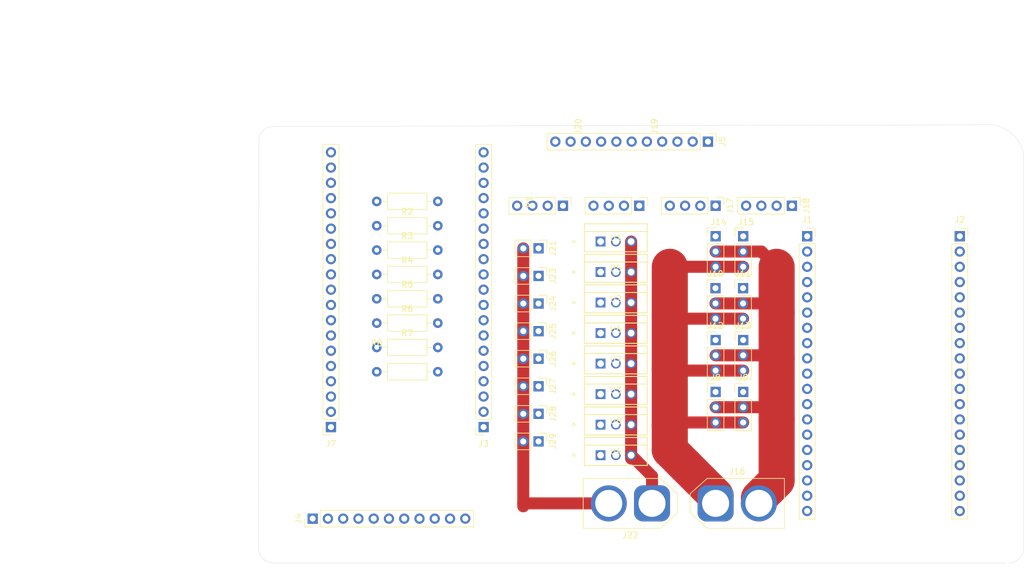
<source format=kicad_pcb>
(kicad_pcb (version 20241229) (generator "pcbnew") (generator_version "9.0")
  (layers (0 "F.Cu" signal) (2 "B.Cu" signal) (13 "F.Paste" user) (15 "B.Paste" user) (5 "F.SilkS" user "F.Silkscreen") (7 "B.SilkS" user "B.Silkscreen") (1 "F.Mask" user) (3 "B.Mask" user) (25 "Edge.Cuts" user))
  (net 0 "")
  (net 1 "0_GPIO25")
  (net 2 "0_GPIO13")
  (net 3 "0_GPIO12")
  (net 4 "0_GPIO26")
  (net 5 "0_GPIO35")
  (net 6 "0_GPIO33")
  (net 7 "0_EN")
  (net 8 "0_+3V3")
  (net 9 "0_GPIO39")
  (net 10 "0_GPIO32")
  (net 11 "GND")
  (net 12 "0_GPIO27")
  (net 13 "0_GPIO14")
  (net 14 "0_GPIO9")
  (net 15 "0_GPIO34")
  (net 16 "0_GPIO10")
  (net 17 "0_GPIO11")
  (net 18 "0_GPIO36")
  (net 19 "0_+5V")
  (net 20 "0_GPIO23")
  (net 21 "0_GPIO3")
  (net 22 "0_GPIO17")
  (net 23 "0_GPIO19")
  (net 24 "0_GPIO18")
  (net 25 "0_GPIO5")
  (net 26 "0_GPIO16")
  (net 27 "0_GPIO0")
  (net 28 "0_GPIO4")
  (net 29 "0_GPIO21")
  (net 30 "0_GPIO8")
  (net 31 "0_GPIO6")
  (net 32 "0_GPIO15")
  (net 33 "0_GPIO22")
  (net 34 "0_GPIO1")
  (net 35 "0_GPIO2")
  (net 36 "0_GPIO7")
  (net 37 "1_GPIO10")
  (net 38 "1_GPIO25")
  (net 39 "1_GPIO11")
  (net 40 "1_+5V")
  (net 41 "1_GPIO27")
  (net 42 "1_GPIO33")
  (net 43 "1_EN")
  (net 44 "1_GPIO36")
  (net 45 "1_GPIO13")
  (net 46 "1_GPIO35")
  (net 47 "1_GPIO32")
  (net 48 "1_GPIO39")
  (net 49 "1_GPIO34")
  (net 50 "1_GPIO26")
  (net 51 "1_GPIO12")
  (net 52 "1_GPIO9")
  (net 53 "1_+3V3")
  (net 54 "1_GPIO14")
  (net 65 "1_GPIO5")
  (net 66 "1_GPIO7")
  (net 67 "1_GPIO6")
  (net 68 "1_GPIO4")
  (net 69 "1_GPIO18")
  (net 70 "1_GPIO22")
  (net 71 "1_GPIO16")
  (net 72 "1_GPIO2")
  (net 73 "1_GPIO19")
  (net 74 "1_GPIO8")
  (net 75 "1_GPIO21")
  (net 76 "1_GPIO17")
  (net 77 "1_GPIO0")
  (net 78 "1_GZPIO3")
  (net 79 "1_GPIO15")
  (net 80 "1_GPIO1")
  (net 81 "1_GPIO23")
  (net 82 "+_servo")
  (net 83 "Net-(J21-Pin_1)")
  (net 84 "+_SV")
  (net 85 "Net-(J23-Pin_1)")
  (net 86 "Net-(J24-Pin_1)")
  (net 87 "Net-(J25-Pin_1)")
  (net 88 "Net-(J26-Pin_1)")
  (net 89 "Net-(J27-Pin_1)")
  (net 90 "Net-(J28-Pin_1)")
  (net 91 "Net-(J29-Pin_1)")
  (net 92 "Net-(U1-G)")
  (net 93 "Net-(U2-G)")
  (net 94 "Net-(U3-G)")
  (net 95 "Net-(U4-G)")
  (net 96 "Net-(U5-G)")
  (net 97 "Net-(U6-G)")
  (net 98 "Net-(U7-G)")
  (net 99 "Net-(U8-G)")
  (footprint "Resistor_THT:R_Axial_DIN0207_L6.3mm_D2.5mm_P10.16mm_Horizontal" (layer "F.Cu") (at 129.032 94.7)
    (property "Reference" "R7" (at 5.08 -2.37 0) (layer "F.SilkS"))
    (property "Value" "R")
    (pad "1" thru_hole circle (at 0 0) (size 1.6 1.6) (drill 0.8) (layers "*.Cu" "*.Mask") (net 98 "Net-(U7-G)"))
    (pad "2" thru_hole circle (at 10.16 0) (size 1.6 1.6) (drill 0.8) (layers "*.Cu" "*.Mask") (net 71 "1_GPIO16"))
  )
  (footprint "Resistor_THT:R_Axial_DIN0207_L6.3mm_D2.5mm_P10.16mm_Horizontal" (layer "F.Cu") (at 129.032 90.65)
    (property "Reference" "R6" (at 5.08 -2.37 0) (layer "F.SilkS"))
    (property "Value" "R")
    (pad "1" thru_hole circle (at 0 0) (size 1.6 1.6) (drill 0.8) (layers "*.Cu" "*.Mask") (net 97 "Net-(U6-G)"))
    (pad "2" thru_hole circle (at 10.16 0) (size 1.6 1.6) (drill 0.8) (layers "*.Cu" "*.Mask") (net 76 "1_GPIO17"))
  )
  (footprint "Connector_PinHeader_2.54mm:PinHeader_1x03_P2.54mm_Vertical" (layer "F.Cu") (at 185.42 93.472)
    (property "Reference" "J12" (at 0 -2.38 0) (layer "F.SilkS"))
    (property "Value" "Conn_01x03_Pin")
    (pad "1" thru_hole rect (at 0 0) (size 1.7 1.7) (drill 1) (layers "*.Cu" "*.Mask") (net 54 "1_GPIO14"))
    (pad "2" thru_hole circle (at 0 2.54) (size 1.7 1.7) (drill 1) (layers "*.Cu" "*.Mask") (net 82 "+_servo"))
    (pad "3" thru_hole circle (at 0 5.08) (size 1.7 1.7) (drill 1) (layers "*.Cu" "*.Mask") (net 11 "GND"))
  )
  (footprint "Connector_PinHeader_2.54mm:PinHeader_1x02_P2.54mm_Vertical" (layer "F.Cu") (at 155.956 110.344 -90)
    (property "Reference" "J29" (at 0 -2.38 90) (layer "F.SilkS"))
    (property "Value" "Conn_01x02_Pin")
    (pad "1" thru_hole rect (at 0 0 270) (size 1.7 1.7) (drill 1) (layers "*.Cu" "*.Mask") (net 91 "Net-(J29-Pin_1)"))
    (pad "2" thru_hole circle (at 0 2.54 270) (size 1.7 1.7) (drill 1) (layers "*.Cu" "*.Mask") (net 84 "+_SV"))
  )
  (footprint "Connector_PinHeader_2.54mm:PinHeader_1x11_P2.54mm_Vertical" (layer "F.Cu") (at 118.364 123.19 90)
    (property "Reference" "J4" (at 0 -2.38 90) (layer "F.SilkS"))
    (property "Value" "Conn_01x11_Pin")
    (pad "1" thru_hole rect (at 0 0 90) (size 1.7 1.7) (drill 1) (layers "*.Cu" "*.Mask") (net 11 "GND"))
    (pad "2" thru_hole circle (at 0 2.54 90) (size 1.7 1.7) (drill 1) (layers "*.Cu" "*.Mask"))
    (pad "3" thru_hole circle (at 0 5.08 90) (size 1.7 1.7) (drill 1) (layers "*.Cu" "*.Mask") (net 11 "GND"))
    (pad "4" thru_hole circle (at 0 7.62 90) (size 1.7 1.7) (drill 1) (layers "*.Cu" "*.Mask"))
    (pad "5" thru_hole circle (at 0 10.16 90) (size 1.7 1.7) (drill 1) (layers "*.Cu" "*.Mask") (net 6 "0_GPIO33"))
    (pad "6" thru_hole circle (at 0 12.7 90) (size 1.7 1.7) (drill 1) (layers "*.Cu" "*.Mask"))
    (pad "7" thru_hole circle (at 0 15.24 90) (size 1.7 1.7) (drill 1) (layers "*.Cu" "*.Mask") (net 4 "0_GPIO26"))
    (pad "8" thru_hole circle (at 0 17.78 90) (size 1.7 1.7) (drill 1) (layers "*.Cu" "*.Mask"))
    (pad "9" thru_hole circle (at 0 20.32 90) (size 1.7 1.7) (drill 1) (layers "*.Cu" "*.Mask") (net 10 "0_GPIO32"))
    (pad "10" thru_hole circle (at 0 22.86 90) (size 1.7 1.7) (drill 1) (layers "*.Cu" "*.Mask"))
    (pad "11" thru_hole circle (at 0 25.4 90) (size 1.7 1.7) (drill 1) (layers "*.Cu" "*.Mask") (net 1 "0_GPIO25"))
  )
  (footprint "footprints:PG-TO220-3_INF" (layer "F.Cu") (at 166.2811 97.3963)
    (property "Reference" "U7" (at 2.54 -0.6223 0) (layer "F.SilkS"))
    (property "Value" "IRLB3813PBF")
    (pad "1" thru_hole rect (at 0 0) (size 1.6256 1.6256) (drill 1.1176) (layers "*.Cu" "*.Mask") (net 98 "Net-(U7-G)"))
    (pad "2" thru_hole circle (at 2.54 0) (size 1.6256 1.6256) (drill 1.1176) (layers "*.Cu" "*.Mask") (net 90 "Net-(J28-Pin_1)"))
    (pad "3" thru_hole circle (at 5.08 0) (size 1.6256 1.6256) (drill 1.1176) (layers "*.Cu" "*.Mask") (net 11 "GND"))
  )
  (footprint "Connector_AMASS:AMASS_XT60-M_1x02_P7.20mm_Vertical" (layer "F.Cu") (at 174.84 120.65 180)
    (property "Reference" "J22" (at 3.6 -5.3 0) (layer "F.SilkS"))
    (property "Value" "XT60-M")
    (pad "N" thru_hole roundrect (at 0 0 180) (size 6 6) (drill 4.5) (layers "*.Cu" "*.Mask") (net 11 "GND"))
    (pad "P" thru_hole circle (at 7.2 0 180) (size 6 6) (drill 4.5) (layers "*.Cu" "*.Mask") (net 84 "+_SV"))
  )
  (footprint "footprints:PG-TO220-3_INF" (layer "F.Cu") (at 166.2811 87.2363)
    (property "Reference" "U2" (at 2.54 -0.6223 0) (layer "F.SilkS"))
    (property "Value" "IRLB3813PBF")
    (pad "1" thru_hole rect (at 0 0) (size 1.6256 1.6256) (drill 1.1176) (layers "*.Cu" "*.Mask") (net 93 "Net-(U2-G)"))
    (pad "2" thru_hole circle (at 2.54 0) (size 1.6256 1.6256) (drill 1.1176) (layers "*.Cu" "*.Mask") (net 85 "Net-(J23-Pin_1)"))
    (pad "3" thru_hole circle (at 5.08 0) (size 1.6256 1.6256) (drill 1.1176) (layers "*.Cu" "*.Mask") (net 11 "GND"))
  )
  (footprint "footprints:PG-TO220-3_INF" (layer "F.Cu") (at 166.2811 82.1563)
    (property "Reference" "U5" (at 2.54 -0.6223 0) (layer "F.SilkS"))
    (property "Value" "IRLB3813PBF")
    (pad "1" thru_hole rect (at 0 0) (size 1.6256 1.6256) (drill 1.1176) (layers "*.Cu" "*.Mask") (net 96 "Net-(U5-G)"))
    (pad "2" thru_hole circle (at 2.54 0) (size 1.6256 1.6256) (drill 1.1176) (layers "*.Cu" "*.Mask") (net 88 "Net-(J26-Pin_1)"))
    (pad "3" thru_hole circle (at 5.08 0) (size 1.6256 1.6256) (drill 1.1176) (layers "*.Cu" "*.Mask") (net 11 "GND"))
  )
  (footprint "footprints:PG-TO220-3_INF" (layer "F.Cu") (at 166.2811 92.3163)
    (property "Reference" "U6" (at 2.54 -0.6223 0) (layer "F.SilkS"))
    (property "Value" "IRLB3813PBF")
    (pad "1" thru_hole rect (at 0 0) (size 1.6256 1.6256) (drill 1.1176) (layers "*.Cu" "*.Mask") (net 97 "Net-(U6-G)"))
    (pad "2" thru_hole circle (at 2.54 0) (size 1.6256 1.6256) (drill 1.1176) (layers "*.Cu" "*.Mask") (net 89 "Net-(J27-Pin_1)"))
    (pad "3" thru_hole circle (at 5.08 0) (size 1.6256 1.6256) (drill 1.1176) (layers "*.Cu" "*.Mask") (net 11 "GND"))
  )
  (footprint "Resistor_THT:R_Axial_DIN0207_L6.3mm_D2.5mm_P10.16mm_Horizontal" (layer "F.Cu") (at 129.032 78.5)
    (property "Reference" "R3" (at 5.08 -2.37 0) (layer "F.SilkS"))
    (property "Value" "R")
    (pad "1" thru_hole circle (at 0 0) (size 1.6 1.6) (drill 0.8) (layers "*.Cu" "*.Mask") (net 94 "Net-(U3-G)"))
    (pad "2" thru_hole circle (at 10.16 0) (size 1.6 1.6) (drill 0.8) (layers "*.Cu" "*.Mask") (net 73 "1_GPIO19"))
  )
  (footprint "footprints:PG-TO220-3_INF" (layer "F.Cu") (at 166.2811 102.4763)
    (property "Reference" "U3" (at 2.54 -0.6223 0) (layer "F.SilkS"))
    (property "Value" "IRLB3813PBF")
    (pad "1" thru_hole rect (at 0 0) (size 1.6256 1.6256) (drill 1.1176) (layers "*.Cu" "*.Mask") (net 94 "Net-(U3-G)"))
    (pad "2" thru_hole circle (at 2.54 0) (size 1.6256 1.6256) (drill 1.1176) (layers "*.Cu" "*.Mask") (net 86 "Net-(J24-Pin_1)"))
    (pad "3" thru_hole circle (at 5.08 0) (size 1.6256 1.6256) (drill 1.1176) (layers "*.Cu" "*.Mask") (net 11 "GND"))
  )
  (footprint "Resistor_THT:R_Axial_DIN0207_L6.3mm_D2.5mm_P10.16mm_Horizontal" (layer "F.Cu") (at 129.032 74.45)
    (property "Reference" "R2" (at 5.08 -2.37 0) (layer "F.SilkS"))
    (property "Value" "R")
    (pad "1" thru_hole circle (at 0 0) (size 1.6 1.6) (drill 0.8) (layers "*.Cu" "*.Mask") (net 93 "Net-(U2-G)"))
    (pad "2" thru_hole circle (at 10.16 0) (size 1.6 1.6) (drill 0.8) (layers "*.Cu" "*.Mask") (net 75 "1_GPIO21"))
  )
  (footprint "Connector_PinHeader_2.54mm:PinHeader_1x03_P2.54mm_Vertical" (layer "F.Cu") (at 189.992 84.836)
    (property "Reference" "J11" (at 0 -2.38 0) (layer "F.SilkS"))
    (property "Value" "Conn_01x03_Pin")
    (pad "1" thru_hole rect (at 0 0) (size 1.7 1.7) (drill 1) (layers "*.Cu" "*.Mask") (net 41 "1_GPIO27"))
    (pad "2" thru_hole circle (at 0 2.54) (size 1.7 1.7) (drill 1) (layers "*.Cu" "*.Mask") (net 82 "+_servo"))
    (pad "3" thru_hole circle (at 0 5.08) (size 1.7 1.7) (drill 1) (layers "*.Cu" "*.Mask") (net 11 "GND"))
  )
  (footprint "Connector_PinHeader_2.54mm:PinHeader_1x03_P2.54mm_Vertical" (layer "F.Cu") (at 190.01 102.108)
    (property "Reference" "J9" (at 0 -2.38 0) (layer "F.SilkS"))
    (property "Value" "Conn_01x03_Pin")
    (pad "1" thru_hole rect (at 0 0) (size 1.7 1.7) (drill 1) (layers "*.Cu" "*.Mask") (net 42 "1_GPIO33"))
    (pad "2" thru_hole circle (at 0 2.54) (size 1.7 1.7) (drill 1) (layers "*.Cu" "*.Mask") (net 82 "+_servo"))
    (pad "3" thru_hole circle (at 0 5.08) (size 1.7 1.7) (drill 1) (layers "*.Cu" "*.Mask") (net 11 "GND"))
  )
  (footprint "Connector_PinHeader_2.54mm:PinHeader_1x04_P2.54mm_Vertical" (layer "F.Cu") (at 185.42 71.12 -90)
    (property "Reference" "J17" (at 0 -2.38 90) (layer "F.SilkS"))
    (property "Value" "Conn_01x04_Pin")
    (pad "1" thru_hole rect (at 0 0 270) (size 1.7 1.7) (drill 1) (layers "*.Cu" "*.Mask") (net 22 "0_GPIO17"))
    (pad "2" thru_hole circle (at 0 2.54 270) (size 1.7 1.7) (drill 1) (layers "*.Cu" "*.Mask") (net 8 "0_+3V3"))
    (pad "3" thru_hole circle (at 0 5.08 270) (size 1.7 1.7) (drill 1) (layers "*.Cu" "*.Mask") (net 24 "0_GPIO18"))
    (pad "4" thru_hole circle (at 0 7.62 270) (size 1.7 1.7) (drill 1) (layers "*.Cu" "*.Mask") (net 11 "GND"))
  )
  (footprint "Connector_PinHeader_2.54mm:PinHeader_1x02_P2.54mm_Vertical" (layer "F.Cu") (at 155.956 82.804 -90)
    (property "Reference" "J23" (at 0 -2.38 90) (layer "F.SilkS"))
    (property "Value" "Conn_01x02_Pin")
    (pad "1" thru_hole rect (at 0 0 270) (size 1.7 1.7) (drill 1) (layers "*.Cu" "*.Mask") (net 85 "Net-(J23-Pin_1)"))
    (pad "2" thru_hole circle (at 0 2.54 270) (size 1.7 1.7) (drill 1) (layers "*.Cu" "*.Mask") (net 84 "+_SV"))
  )
  (footprint "Connector_PinHeader_2.54mm:PinHeader_1x02_P2.54mm_Vertical" (layer "F.Cu") (at 155.956 101.164 -90)
    (property "Reference" "J27" (at 0 -2.38 90) (layer "F.SilkS"))
    (property "Value" "Conn_01x02_Pin")
    (pad "1" thru_hole rect (at 0 0 270) (size 1.7 1.7) (drill 1) (layers "*.Cu" "*.Mask") (net 89 "Net-(J27-Pin_1)"))
    (pad "2" thru_hole circle (at 0 2.54 270) (size 1.7 1.7) (drill 1) (layers "*.Cu" "*.Mask") (net 84 "+_SV"))
  )
  (footprint "Connector_PinHeader_2.54mm:PinHeader_1x02_P2.54mm_Vertical" (layer "F.Cu") (at 155.956 91.984 -90)
    (property "Reference" "J25" (at 0 -2.38 90) (layer "F.SilkS"))
    (property "Value" "Conn_01x02_Pin")
    (pad "1" thru_hole rect (at 0 0 270) (size 1.7 1.7) (drill 1) (layers "*.Cu" "*.Mask") (net 87 "Net-(J25-Pin_1)"))
    (pad "2" thru_hole circle (at 0 2.54 270) (size 1.7 1.7) (drill 1) (layers "*.Cu" "*.Mask") (net 84 "+_SV"))
  )
  (footprint "Resistor_THT:R_Axial_DIN0207_L6.3mm_D2.5mm_P10.16mm_Horizontal" (layer "F.Cu") (at 129.032 70.4)
    (property "Reference" "R1" (at 25.34 0.11 270) (layer "F.SilkS"))
    (property "Value" "R")
    (pad "1" thru_hole circle (at 0 0) (size 1.6 1.6) (drill 0.8) (layers "*.Cu" "*.Mask") (net 92 "Net-(U1-G)"))
    (pad "2" thru_hole circle (at 10.16 0) (size 1.6 1.6) (drill 0.8) (layers "*.Cu" "*.Mask") (net 70 "1_GPIO22"))
  )
  (footprint "Connector_PinHeader_2.54mm:PinHeader_1x02_P2.54mm_Vertical" (layer "F.Cu") (at 155.956 87.394 -90)
    (property "Reference" "J24" (at 0 -2.38 90) (layer "F.SilkS"))
    (property "Value" "Conn_01x02_Pin")
    (pad "1" thru_hole rect (at 0 0 270) (size 1.7 1.7) (drill 1) (layers "*.Cu" "*.Mask") (net 86 "Net-(J24-Pin_1)"))
    (pad "2" thru_hole circle (at 0 2.54 270) (size 1.7 1.7) (drill 1) (layers "*.Cu" "*.Mask") (net 84 "+_SV"))
  )
  (footprint "Connector_PinHeader_2.54mm:PinHeader_1x04_P2.54mm_Vertical" (layer "F.Cu") (at 160.02 71.12 -90)
    (property "Reference" "J20" (at -13.208 -2.54 90) (layer "F.SilkS"))
    (property "Value" "Conn_01x04_Pin")
    (pad "1" thru_hole rect (at 0 0 270) (size 1.7 1.7) (drill 1) (layers "*.Cu" "*.Mask") (net 20 "0_GPIO23"))
    (pad "2" thru_hole circle (at 0 2.54 270) (size 1.7 1.7) (drill 1) (layers "*.Cu" "*.Mask") (net 8 "0_+3V3"))
    (pad "3" thru_hole circle (at 0 5.08 270) (size 1.7 1.7) (drill 1) (layers "*.Cu" "*.Mask") (net 33 "0_GPIO22"))
    (pad "4" thru_hole circle (at 0 7.62 270) (size 1.7 1.7) (drill 1) (layers "*.Cu" "*.Mask") (net 11 "GND"))
  )
  (footprint "Connector_PinHeader_2.54mm:PinHeader_1x03_P2.54mm_Vertical" (layer "F.Cu") (at 185.42 102.108)
    (property "Reference" "J8" (at 0 -2.38 0) (layer "F.SilkS"))
    (property "Value" "Conn_01x03_Pin")
    (pad "1" thru_hole rect (at 0 0) (size 1.7 1.7) (drill 1) (layers "*.Cu" "*.Mask") (net 47 "1_GPIO32"))
    (pad "2" thru_hole circle (at 0 2.54) (size 1.7 1.7) (drill 1) (layers "*.Cu" "*.Mask") (net 82 "+_servo"))
    (pad "3" thru_hole circle (at 0 5.08) (size 1.7 1.7) (drill 1) (layers "*.Cu" "*.Mask") (net 11 "GND"))
  )
  (footprint "Connector_PinSocket_2.54mm:PinSocket_1x19_P2.54mm_Vertical" (layer "F.Cu") (at 200.66 76.2)
    (property "Reference" "J1" (at 0 -2.77 0) (layer "F.SilkS"))
    (property "Value" "Conn_01x19")
    (pad "1" thru_hole rect (at 0 0) (size 1.7 1.7) (drill 1) (layers "*.Cu" "*.Mask") (net 8 "0_+3V3"))
    (pad "2" thru_hole circle (at 0 2.54) (size 1.7 1.7) (drill 1) (layers "*.Cu" "*.Mask") (net 7 "0_EN"))
    (pad "3" thru_hole circle (at 0 5.08) (size 1.7 1.7) (drill 1) (layers "*.Cu" "*.Mask") (net 18 "0_GPIO36"))
    (pad "4" thru_hole circle (at 0 7.62) (size 1.7 1.7) (drill 1) (layers "*.Cu" "*.Mask") (net 9 "0_GPIO39"))
    (pad "5" thru_hole circle (at 0 10.16) (size 1.7 1.7) (drill 1) (layers "*.Cu" "*.Mask") (net 15 "0_GPIO34"))
    (pad "6" thru_hole circle (at 0 12.7) (size 1.7 1.7) (drill 1) (layers "*.Cu" "*.Mask") (net 5 "0_GPIO35"))
    (pad "7" thru_hole circle (at 0 15.24) (size 1.7 1.7) (drill 1) (layers "*.Cu" "*.Mask") (net 10 "0_GPIO32"))
    (pad "8" thru_hole circle (at 0 17.78) (size 1.7 1.7) (drill 1) (layers "*.Cu" "*.Mask") (net 6 "0_GPIO33"))
    (pad "9" thru_hole circle (at 0 20.32) (size 1.7 1.7) (drill 1) (layers "*.Cu" "*.Mask") (net 1 "0_GPIO25"))
    (pad "10" thru_hole circle (at 0 22.86) (size 1.7 1.7) (drill 1) (layers "*.Cu" "*.Mask") (net 4 "0_GPIO26"))
    (pad "11" thru_hole circle (at 0 25.4) (size 1.7 1.7) (drill 1) (layers "*.Cu" "*.Mask") (net 12 "0_GPIO27"))
    (pad "12" thru_hole circle (at 0 27.94) (size 1.7 1.7) (drill 1) (layers "*.Cu" "*.Mask") (net 13 "0_GPIO14"))
    (pad "13" thru_hole circle (at 0 30.48) (size 1.7 1.7) (drill 1) (layers "*.Cu" "*.Mask") (net 3 "0_GPIO12"))
    (pad "14" thru_hole circle (at 0 33.02) (size 1.7 1.7) (drill 1) (layers "*.Cu" "*.Mask") (net 11 "GND"))
    (pad "15" thru_hole circle (at 0 35.56) (size 1.7 1.7) (drill 1) (layers "*.Cu" "*.Mask") (net 2 "0_GPIO13"))
    (pad "16" thru_hole circle (at 0 38.1) (size 1.7 1.7) (drill 1) (layers "*.Cu" "*.Mask") (net 14 "0_GPIO9"))
    (pad "17" thru_hole circle (at 0 40.64) (size 1.7 1.7) (drill 1) (layers "*.Cu" "*.Mask") (net 16 "0_GPIO10"))
    (pad "18" thru_hole circle (at 0 43.18) (size 1.7 1.7) (drill 1) (layers "*.Cu" "*.Mask") (net 17 "0_GPIO11"))
    (pad "19" thru_hole circle (at 0 45.72) (size 1.7 1.7) (drill 1) (layers "*.Cu" "*.Mask") (net 19 "0_+5V"))
  )
  (footprint "Connector_PinSocket_2.54mm:PinSocket_1x19_P2.54mm_Vertical" (layer "F.Cu") (at 226.06 76.2)
    (property "Reference" "J2" (at 0 -2.77 0) (layer "F.SilkS"))
    (property "Value" "Conn_01x19")
    (pad "1" thru_hole rect (at 0 0) (size 1.7 1.7) (drill 1) (layers "*.Cu" "*.Mask") (net 11 "GND"))
    (pad "2" thru_hole circle (at 0 2.54) (size 1.7 1.7) (drill 1) (layers "*.Cu" "*.Mask") (net 20 "0_GPIO23"))
    (pad "3" thru_hole circle (at 0 5.08) (size 1.7 1.7) (drill 1) (layers "*.Cu" "*.Mask") (net 33 "0_GPIO22"))
    (pad "4" thru_hole circle (at 0 7.62) (size 1.7 1.7) (drill 1) (layers "*.Cu" "*.Mask") (net 34 "0_GPIO1"))
    (pad "5" thru_hole circle (at 0 10.16) (size 1.7 1.7) (drill 1) (layers "*.Cu" "*.Mask") (net 21 "0_GPIO3"))
    (pad "6" thru_hole circle (at 0 12.7) (size 1.7 1.7) (drill 1) (layers "*.Cu" "*.Mask") (net 29 "0_GPIO21"))
    (pad "7" thru_hole circle (at 0 15.24) (size 1.7 1.7) (drill 1) (layers "*.Cu" "*.Mask") (net 11 "GND"))
    (pad "8" thru_hole circle (at 0 17.78) (size 1.7 1.7) (drill 1) (layers "*.Cu" "*.Mask") (net 23 "0_GPIO19"))
    (pad "9" thru_hole circle (at 0 20.32) (size 1.7 1.7) (drill 1) (layers "*.Cu" "*.Mask") (net 24 "0_GPIO18"))
    (pad "10" thru_hole circle (at 0 22.86) (size 1.7 1.7) (drill 1) (layers "*.Cu" "*.Mask") (net 25 "0_GPIO5"))
    (pad "11" thru_hole circle (at 0 25.4) (size 1.7 1.7) (drill 1) (layers "*.Cu" "*.Mask") (net 22 "0_GPIO17"))
    (pad "12" thru_hole circle (at 0 27.94) (size 1.7 1.7) (drill 1) (layers "*.Cu" "*.Mask") (net 26 "0_GPIO16"))
    (pad "13" thru_hole circle (at 0 30.48) (size 1.7 1.7) (drill 1) (layers "*.Cu" "*.Mask") (net 28 "0_GPIO4"))
    (pad "14" thru_hole circle (at 0 33.02) (size 1.7 1.7) (drill 1) (layers "*.Cu" "*.Mask") (net 27 "0_GPIO0"))
    (pad "15" thru_hole circle (at 0 35.56) (size 1.7 1.7) (drill 1) (layers "*.Cu" "*.Mask") (net 35 "0_GPIO2"))
    (pad "16" thru_hole circle (at 0 38.1) (size 1.7 1.7) (drill 1) (layers "*.Cu" "*.Mask") (net 32 "0_GPIO15"))
    (pad "17" thru_hole circle (at 0 40.64) (size 1.7 1.7) (drill 1) (layers "*.Cu" "*.Mask") (net 30 "0_GPIO8"))
    (pad "18" thru_hole circle (at 0 43.18) (size 1.7 1.7) (drill 1) (layers "*.Cu" "*.Mask") (net 36 "0_GPIO7"))
    (pad "19" thru_hole circle (at 0 45.72) (size 1.7 1.7) (drill 1) (layers "*.Cu" "*.Mask") (net 31 "0_GPIO6"))
  )
  (footprint "footprints:PG-TO220-3_INF" (layer "F.Cu") (at 166.2811 107.5563)
    (property "Reference" "U8" (at 2.54 -0.6223 0) (layer "F.SilkS"))
    (property "Value" "IRLB3813PBF")
    (pad "1" thru_hole rect (at 0 0) (size 1.6256 1.6256) (drill 1.1176) (layers "*.Cu" "*.Mask") (net 99 "Net-(U8-G)"))
    (pad "2" thru_hole circle (at 2.54 0) (size 1.6256 1.6256) (drill 1.1176) (layers "*.Cu" "*.Mask") (net 91 "Net-(J29-Pin_1)"))
    (pad "3" thru_hole circle (at 5.08 0) (size 1.6256 1.6256) (drill 1.1176) (layers "*.Cu" "*.Mask") (net 11 "GND"))
  )
  (footprint "Connector_PinHeader_2.54mm:PinHeader_1x02_P2.54mm_Vertical" (layer "F.Cu") (at 155.956 78.214 -90)
    (property "Reference" "J21" (at 0 -2.38 90) (layer "F.SilkS"))
    (property "Value" "Conn_01x02_Pin")
    (pad "1" thru_hole rect (at 0 0 270) (size 1.7 1.7) (drill 1) (layers "*.Cu" "*.Mask") (net 83 "Net-(J21-Pin_1)"))
    (pad "2" thru_hole circle (at 0 2.54 270) (size 1.7 1.7) (drill 1) (layers "*.Cu" "*.Mask") (net 84 "+_SV"))
  )
  (footprint "Connector_PinHeader_2.54mm:PinHeader_1x04_P2.54mm_Vertical" (layer "F.Cu") (at 172.72 71.12 -90)
    (property "Reference" "J19" (at -13.208 -2.54 90) (layer "F.SilkS"))
    (property "Value" "Conn_01x04_Pin")
    (pad "1" thru_hole rect (at 0 0 270) (size 1.7 1.7) (drill 1) (layers "*.Cu" "*.Mask") (net 23 "0_GPIO19"))
    (pad "2" thru_hole circle (at 0 2.54 270) (size 1.7 1.7) (drill 1) (layers "*.Cu" "*.Mask") (net 8 "0_+3V3"))
    (pad "3" thru_hole circle (at 0 5.08 270) (size 1.7 1.7) (drill 1) (layers "*.Cu" "*.Mask") (net 32 "0_GPIO15"))
    (pad "4" thru_hole circle (at 0 7.62 270) (size 1.7 1.7) (drill 1) (layers "*.Cu" "*.Mask") (net 11 "GND"))
  )
  (footprint "Connector_PinHeader_2.54mm:PinHeader_1x04_P2.54mm_Vertical" (layer "F.Cu") (at 198.12 71.12 -90)
    (property "Reference" "J18" (at 0 -2.38 90) (layer "F.SilkS"))
    (property "Value" "Conn_01x04_Pin")
    (pad "1" thru_hole rect (at 0 0 270) (size 1.7 1.7) (drill 1) (layers "*.Cu" "*.Mask") (net 35 "0_GPIO2"))
    (pad "2" thru_hole circle (at 0 2.54 270) (size 1.7 1.7) (drill 1) (layers "*.Cu" "*.Mask") (net 8 "0_+3V3"))
    (pad "3" thru_hole circle (at 0 5.08 270) (size 1.7 1.7) (drill 1) (layers "*.Cu" "*.Mask") (net 26 "0_GPIO16"))
    (pad "4" thru_hole circle (at 0 7.62 270) (size 1.7 1.7) (drill 1) (layers "*.Cu" "*.Mask") (net 11 "GND"))
  )
  (footprint "Connector_PinHeader_2.54mm:PinHeader_1x02_P2.54mm_Vertical" (layer "F.Cu") (at 155.956 105.754 -90)
    (property "Reference" "J28" (at 0 -2.38 90) (layer "F.SilkS"))
    (property "Value" "Conn_01x02_Pin")
    (pad "1" thru_hole rect (at 0 0 270) (size 1.7 1.7) (drill 1) (layers "*.Cu" "*.Mask") (net 90 "Net-(J28-Pin_1)"))
    (pad "2" thru_hole circle (at 0 2.54 270) (size 1.7 1.7) (drill 1) (layers "*.Cu" "*.Mask") (net 84 "+_SV"))
  )
  (footprint "Connector_PinHeader_2.54mm:PinHeader_1x03_P2.54mm_Vertical" (layer "F.Cu") (at 190.01 93.472)
    (property "Reference" "J13" (at 0 -2.38 0) (layer "F.SilkS"))
    (property "Value" "Conn_01x03_Pin")
    (pad "1" thru_hole rect (at 0 0) (size 1.7 1.7) (drill 1) (layers "*.Cu" "*.Mask") (net 51 "1_GPIO12"))
    (pad "2" thru_hole circle (at 0 2.54) (size 1.7 1.7) (drill 1) (layers "*.Cu" "*.Mask") (net 82 "+_servo"))
    (pad "3" thru_hole circle (at 0 5.08) (size 1.7 1.7) (drill 1) (layers "*.Cu" "*.Mask") (net 11 "GND"))
  )
  (footprint "Resistor_THT:R_Axial_DIN0207_L6.3mm_D2.5mm_P10.16mm_Horizontal" (layer "F.Cu") (at 129.032 98.75)
    (property "Reference" "R8" (at 0 -4.74 0) (layer "F.SilkS"))
    (property "Value" "R")
    (pad "1" thru_hole circle (at 0 0) (size 1.6 1.6) (drill 0.8) (layers "*.Cu" "*.Mask") (net 99 "Net-(U8-G)"))
    (pad "2" thru_hole circle (at 10.16 0) (size 1.6 1.6) (drill 0.8) (layers "*.Cu" "*.Mask") (net 72 "1_GPIO2"))
  )
  (footprint "footprints:PG-TO220-3_INF" (layer "F.Cu") (at 166.2811 77.0763)
    (property "Reference" "U1" (at 2.54 -0.6223 0) (layer "F.SilkS"))
    (property "Value" "IRLB3813PBF")
    (pad "1" thru_hole rect (at 0 0) (size 1.6256 1.6256) (drill 1.1176) (layers "*.Cu" "*.Mask") (net 92 "Net-(U1-G)"))
    (pad "2" thru_hole circle (at 2.54 0) (size 1.6256 1.6256) (drill 1.1176) (layers "*.Cu" "*.Mask") (net 83 "Net-(J21-Pin_1)"))
    (pad "3" thru_hole circle (at 5.08 0) (size 1.6256 1.6256) (drill 1.1176) (layers "*.Cu" "*.Mask") (net 11 "GND"))
  )
  (footprint "Connector_PinSocket_2.54mm:PinSocket_1x19_P2.54mm_Vertical" (layer "F.Cu") (at 146.812 107.95 180)
    (property "Reference" "J3" (at 0 -2.77 0) (layer "F.SilkS"))
    (property "Value" "Conn_01x19")
    (pad "1" thru_hole rect (at 0 0 180) (size 1.7 1.7) (drill 1) (layers "*.Cu" "*.Mask") (net 53 "1_+3V3"))
    (pad "2" thru_hole circle (at 0 2.54 180) (size 1.7 1.7) (drill 1) (layers "*.Cu" "*.Mask") (net 43 "1_EN"))
    (pad "3" thru_hole circle (at 0 5.08 180) (size 1.7 1.7) (drill 1) (layers "*.Cu" "*.Mask") (net 44 "1_GPIO36"))
    (pad "4" thru_hole circle (at 0 7.62 180) (size 1.7 1.7) (drill 1) (layers "*.Cu" "*.Mask") (net 48 "1_GPIO39"))
    (pad "5" thru_hole circle (at 0 10.16 180) (size 1.7 1.7) (drill 1) (layers "*.Cu" "*.Mask") (net 49 "1_GPIO34"))
    (pad "6" thru_hole circle (at 0 12.7 180) (size 1.7 1.7) (drill 1) (layers "*.Cu" "*.Mask") (net 46 "1_GPIO35"))
    (pad "7" thru_hole circle (at 0 15.24 180) (size 1.7 1.7) (drill 1) (layers "*.Cu" "*.Mask") (net 47 "1_GPIO32"))
    (pad "8" thru_hole circle (at 0 17.78 180) (size 1.7 1.7) (drill 1) (layers "*.Cu" "*.Mask") (net 42 "1_GPIO33"))
    (pad "9" thru_hole circle (at 0 20.32 180) (size 1.7 1.7) (drill 1) (layers "*.Cu" "*.Mask") (net 38 "1_GPIO25"))
    (pad "10" thru_hole circle (at 0 22.86 180) (size 1.7 1.7) (drill 1) (layers "*.Cu" "*.Mask") (net 50 "1_GPIO26"))
    (pad "11" thru_hole circle (at 0 25.4 180) (size 1.7 1.7) (drill 1) (layers "*.Cu" "*.Mask") (net 41 "1_GPIO27"))
    (pad "12" thru_hole circle (at 0 27.94 180) (size 1.7 1.7) (drill 1) (layers "*.Cu" "*.Mask") (net 54 "1_GPIO14"))
    (pad "13" thru_hole circle (at 0 30.48 180) (size 1.7 1.7) (drill 1) (layers "*.Cu" "*.Mask") (net 51 "1_GPIO12"))
    (pad "14" thru_hole circle (at 0 33.02 180) (size 1.7 1.7) (drill 1) (layers "*.Cu" "*.Mask") (net 11 "GND"))
    (pad "15" thru_hole circle (at 0 35.56 180) (size 1.7 1.7) (drill 1) (layers "*.Cu" "*.Mask") (net 45 "1_GPIO13"))
    (pad "16" thru_hole circle (at 0 38.1 180) (size 1.7 1.7) (drill 1) (layers "*.Cu" "*.Mask") (net 52 "1_GPIO9"))
    (pad "17" thru_hole circle (at 0 40.64 180) (size 1.7 1.7) (drill 1) (layers "*.Cu" "*.Mask") (net 37 "1_GPIO10"))
    (pad "18" thru_hole circle (at 0 43.18 180) (size 1.7 1.7) (drill 1) (layers "*.Cu" "*.Mask") (net 39 "1_GPIO11"))
    (pad "19" thru_hole circle (at 0 45.72 180) (size 1.7 1.7) (drill 1) (layers "*.Cu" "*.Mask") (net 40 "1_+5V"))
  )
  (footprint "Connector_PinHeader_2.54mm:PinHeader_1x03_P2.54mm_Vertical" (layer "F.Cu") (at 185.42 76.2)
    (property "Reference" "J14" (at 0.49 -2.38 0) (layer "F.SilkS"))
    (property "Value" "Conn_01x03_Pin")
    (pad "1" thru_hole rect (at 0 0) (size 1.7 1.7) (drill 1) (layers "*.Cu" "*.Mask") (net 50 "1_GPIO26"))
    (pad "2" thru_hole circle (at 0 2.54) (size 1.7 1.7) (drill 1) (layers "*.Cu" "*.Mask") (net 82 "+_servo"))
    (pad "3" thru_hole circle (at 0 5.08) (size 1.7 1.7) (drill 1) (layers "*.Cu" "*.Mask") (net 11 "GND"))
  )
  (footprint "Resistor_THT:R_Axial_DIN0207_L6.3mm_D2.5mm_P10.16mm_Horizontal" (layer "F.Cu") (at 129.032 86.6)
    (property "Reference" "R5" (at 5.08 -2.37 0) (layer "F.SilkS"))
    (property "Value" "R")
    (pad "1" thru_hole circle (at 0 0) (size 1.6 1.6) (drill 0.8) (layers "*.Cu" "*.Mask") (net 96 "Net-(U5-G)"))
    (pad "2" thru_hole circle (at 10.16 0) (size 1.6 1.6) (drill 0.8) (layers "*.Cu" "*.Mask") (net 69 "1_GPIO18"))
  )
  (footprint "Connector_AMASS:AMASS_XT60-M_1x02_P7.20mm_Vertical" (layer "F.Cu") (at 185.42 120.65)
    (property "Reference" "J16" (at 3.6 -5.3 180) (layer "F.SilkS"))
    (property "Value" "XT60-M")
    (pad "N" thru_hole roundrect (at 0 0) (size 6 6) (drill 4.5) (layers "*.Cu" "*.Mask") (net 11 "GND"))
    (pad "P" thru_hole circle (at 7.2 0) (size 6 6) (drill 4.5) (layers "*.Cu" "*.Mask") (net 82 "+_servo"))
  )
  (footprint "Resistor_THT:R_Axial_DIN0207_L6.3mm_D2.5mm_P10.16mm_Horizontal" (layer "F.Cu") (at 129.032 82.55)
    (property "Reference" "R4" (at 5.08 -2.37 0) (layer "F.SilkS"))
    (property "Value" "R")
    (pad "1" thru_hole circle (at 0 0) (size 1.6 1.6) (drill 0.8) (layers "*.Cu" "*.Mask") (net 95 "Net-(U4-G)"))
    (pad "2" thru_hole circle (at 10.16 0) (size 1.6 1.6) (drill 0.8) (layers "*.Cu" "*.Mask") (net 81 "1_GPIO23"))
  )
  (footprint "Connector_PinSocket_2.54mm:PinSocket_1x19_P2.54mm_Vertical" (layer "F.Cu") (at 121.412 107.95 180)
    (property "Reference" "J7" (at 0 -2.77 0) (layer "F.SilkS"))
    (property "Value" "Conn_01x19")
    (pad "1" thru_hole rect (at 0 0 180) (size 1.7 1.7) (drill 1) (layers "*.Cu" "*.Mask") (net 11 "GND"))
    (pad "2" thru_hole circle (at 0 2.54 180) (size 1.7 1.7) (drill 1) (layers "*.Cu" "*.Mask") (net 81 "1_GPIO23"))
    (pad "3" thru_hole circle (at 0 5.08 180) (size 1.7 1.7) (drill 1) (layers "*.Cu" "*.Mask") (net 70 "1_GPIO22"))
    (pad "4" thru_hole circle (at 0 7.62 180) (size 1.7 1.7) (drill 1) (layers "*.Cu" "*.Mask") (net 80 "1_GPIO1"))
    (pad "5" thru_hole circle (at 0 10.16 180) (size 1.7 1.7) (drill 1) (layers "*.Cu" "*.Mask") (net 78 "1_GZPIO3"))
    (pad "6" thru_hole circle (at 0 12.7 180) (size 1.7 1.7) (drill 1) (layers "*.Cu" "*.Mask") (net 75 "1_GPIO21"))
    (pad "7" thru_hole circle (at 0 15.24 180) (size 1.7 1.7) (drill 1) (layers "*.Cu" "*.Mask") (net 11 "GND"))
    (pad "8" thru_hole circle (at 0 17.78 180) (size 1.7 1.7) (drill 1) (layers "*.Cu" "*.Mask") (net 73 "1_GPIO19"))
    (pad "9" thru_hole circle (at 0 20.32 180) (size 1.7 1.7) (drill 1) (layers "*.Cu" "*.Mask") (net 69 "1_GPIO18"))
    (pad "10" thru_hole circle (at 0 22.86 180) (size 1.7 1.7) (drill 1) (layers "*.Cu" "*.Mask") (net 65 "1_GPIO5"))
    (pad "11" thru_hole circle (at 0 25.4 180) (size 1.7 1.7) (drill 1) (layers "*.Cu" "*.Mask") (net 76 "1_GPIO17"))
    (pad "12" thru_hole circle (at 0 27.94 180) (size 1.7 1.7) (drill 1) (layers "*.Cu" "*.Mask") (net 71 "1_GPIO16"))
    (pad "13" thru_hole circle (at 0 30.48 180) (size 1.7 1.7) (drill 1) (layers "*.Cu" "*.Mask") (net 68 "1_GPIO4"))
    (pad "14" thru_hole circle (at 0 33.02 180) (size 1.7 1.7) (drill 1) (layers "*.Cu" "*.Mask") (net 77 "1_GPIO0"))
    (pad "15" thru_hole circle (at 0 35.56 180) (size 1.7 1.7) (drill 1) (layers "*.Cu" "*.Mask") (net 72 "1_GPIO2"))
    (pad "16" thru_hole circle (at 0 38.1 180) (size 1.7 1.7) (drill 1) (layers "*.Cu" "*.Mask") (net 79 "1_GPIO15"))
    (pad "17" thru_hole circle (at 0 40.64 180) (size 1.7 1.7) (drill 1) (layers "*.Cu" "*.Mask") (net 74 "1_GPIO8"))
    (pad "18" thru_hole circle (at 0 43.18 180) (size 1.7 1.7) (drill 1) (layers "*.Cu" "*.Mask") (net 66 "1_GPIO7"))
    (pad "19" thru_hole circle (at 0 45.72 180) (size 1.7 1.7) (drill 1) (layers "*.Cu" "*.Mask") (net 67 "1_GPIO6"))
  )
  (footprint "Connector_PinHeader_2.54mm:PinHeader_1x03_P2.54mm_Vertical" (layer "F.Cu") (at 185.402 84.836)
    (property "Reference" "J10" (at 0 -2.38 0) (layer "F.SilkS"))
    (property "Value" "Conn_01x03_Pin")
    (pad "1" thru_hole rect (at 0 0) (size 1.7 1.7) (drill 1) (layers "*.Cu" "*.Mask") (net 38 "1_GPIO25"))
    (pad "2" thru_hole circle (at 0 2.54) (size 1.7 1.7) (drill 1) (layers "*.Cu" "*.Mask") (net 82 "+_servo"))
    (pad "3" thru_hole circle (at 0 5.08) (size 1.7 1.7) (drill 1) (layers "*.Cu" "*.Mask") (net 11 "GND"))
  )
  (footprint "footprints:PG-TO220-3_INF" (layer "F.Cu") (at 166.2811 112.6363)
    (property "Reference" "U4" (at 2.54 -0.6223 0) (layer "F.SilkS"))
    (property "Value" "IRLB3813PBF")
    (pad "1" thru_hole rect (at 0 0) (size 1.6256 1.6256) (drill 1.1176) (layers "*.Cu" "*.Mask") (net 95 "Net-(U4-G)"))
    (pad "2" thru_hole circle (at 2.54 0) (size 1.6256 1.6256) (drill 1.1176) (layers "*.Cu" "*.Mask") (net 87 "Net-(J25-Pin_1)"))
    (pad "3" thru_hole circle (at 5.08 0) (size 1.6256 1.6256) (drill 1.1176) (layers "*.Cu" "*.Mask") (net 11 "GND"))
  )
  (footprint "Connector_PinHeader_2.54mm:PinHeader_1x02_P2.54mm_Vertical" (layer "F.Cu") (at 155.956 96.574 -90)
    (property "Reference" "J26" (at 0 -2.38 90) (layer "F.SilkS"))
    (property "Value" "Conn_01x02_Pin")
    (pad "1" thru_hole rect (at 0 0 270) (size 1.7 1.7) (drill 1) (layers "*.Cu" "*.Mask") (net 88 "Net-(J26-Pin_1)"))
    (pad "2" thru_hole circle (at 0 2.54 270) (size 1.7 1.7) (drill 1) (layers "*.Cu" "*.Mask") (net 84 "+_SV"))
  )
  (footprint "Connector_PinHeader_2.54mm:PinHeader_1x11_P2.54mm_Vertical" (layer "F.Cu") (at 184.15 60.452 -90)
    (property "Reference" "J5" (at 0 -2.38 90) (layer "F.SilkS"))
    (property "Value" "Conn_01x11_Pin")
    (pad "1" thru_hole rect (at 0 0 270) (size 1.7 1.7) (drill 1) (layers "*.Cu" "*.Mask") (net 11 "GND"))
    (pad "2" thru_hole circle (at 0 2.54 270) (size 1.7 1.7) (drill 1) (layers "*.Cu" "*.Mask"))
    (pad "3" thru_hole circle (at 0 5.08 270) (size 1.7 1.7) (drill 1) (layers "*.Cu" "*.Mask") (net 11 "GND"))
    (pad "4" thru_hole circle (at 0 7.62 270) (size 1.7 1.7) (drill 1) (layers "*.Cu" "*.Mask"))
    (pad "5" thru_hole circle (at 0 10.16 270) (size 1.7 1.7) (drill 1) (layers "*.Cu" "*.Mask") (net 13 "0_GPIO14"))
    (pad "6" thru_hole circle (at 0 12.7 270) (size 1.7 1.7) (drill 1) (layers "*.Cu" "*.Mask"))
    (pad "7" thru_hole circle (at 0 15.24 270) (size 1.7 1.7) (drill 1) (layers "*.Cu" "*.Mask") (net 2 "0_GPIO13"))
    (pad "8" thru_hole circle (at 0 17.78 270) (size 1.7 1.7) (drill 1) (layers "*.Cu" "*.Mask"))
    (pad "9" thru_hole circle (at 0 20.32 270) (size 1.7 1.7) (drill 1) (layers "*.Cu" "*.Mask") (net 12 "0_GPIO27"))
    (pad "10" thru_hole circle (at 0 22.86 270) (size 1.7 1.7) (drill 1) (layers "*.Cu" "*.Mask"))
    (pad "11" thru_hole circle (at 0 25.4 270) (size 1.7 1.7) (drill 1) (layers "*.Cu" "*.Mask") (net 3 "0_GPIO12"))
  )
  (footprint "Connector_PinHeader_2.54mm:PinHeader_1x03_P2.54mm_Vertical" (layer "F.Cu") (at 190.01 76.2)
    (property "Reference" "J15" (at 0.49 -2.38 0) (layer "F.SilkS"))
    (property "Value" "Conn_01x03_Pin")
    (pad "1" thru_hole rect (at 0 0) (size 1.7 1.7) (drill 1) (layers "*.Cu" "*.Mask") (net 45 "1_GPIO13"))
    (pad "2" thru_hole circle (at 0 2.54) (size 1.7 1.7) (drill 1) (layers "*.Cu" "*.Mask") (net 82 "+_servo"))
    (pad "3" thru_hole circle (at 0 5.08) (size 1.7 1.7) (drill 1) (layers "*.Cu" "*.Mask") (net 11 "GND"))
  )
  (gr_line (start 111.887 130.5814) (end 233.807 130.5814) (stroke (width 0.05)) (layer "Edge.Cuts"))
  (gr_arc (start 109.38 60.452) (mid 110.123949 58.655949) (end 111.92 57.912) (stroke (width 0.05)) (layer "Edge.Cuts"))
  (gr_arc (start 236.38 57.912) (mid 236.38 57.912) (end 236.38 57.912) (stroke (width 0.05)) (layer "Edge.Cuts"))
  (gr_line (start 230.886 57.658) (end 111.887 57.912) (stroke (width 0.05)) (layer "Edge.Cuts"))
  (gr_arc (start 230.886 57.658) (mid 235.016918 59.369082) (end 236.728 63.5) (stroke (width 0.05)) (layer "Edge.Cuts"))
  (gr_line (start 236.728 128.016) (end 236.728 63.5) (stroke (width 0.05)) (layer "Edge.Cuts"))
  (gr_arc (start 236.728 128.016) (mid 235.984051 129.812051) (end 234.188 130.556) (stroke (width 0.05)) (layer "Edge.Cuts"))
  (gr_line (start 109.38 60.452) (end 109.347 128.1684) (stroke (width 0.05)) (layer "Edge.Cuts"))
  (gr_line (start 153.924 92.456) (end 153.416 92.202) (stroke (width 0.05)) (layer "Edge.Cuts"))
  (gr_arc (start 111.887 130.5814) (mid 110.090949 129.837451) (end 109.347 128.0414) (stroke (width 0.05)) (layer "Edge.Cuts"))
  (segment (start 171.3611 77.0763) (end 171.3611 113.1951) (width 2) (layer "F.Cu") (net 11))
  (segment (start 180.34 114.3) (end 177.8 111.76) (width 6) (layer "F.Cu") (net 11))
  (segment (start 185.42 120.65) (end 185.42 119.38) (width 0.2) (layer "F.Cu") (net 11))
  (segment (start 177.8 81.28) (end 177.8 83.82) (width 0.2) (layer "F.Cu") (net 11))
  (segment (start 189.992 89.916) (end 178.054 89.916) (width 2) (layer "F.Cu") (net 11))
  (segment (start 190.01 81.28) (end 177.8 81.28) (width 2) (layer "F.Cu") (net 11))
  (segment (start 177.8 98.298) (end 177.8 89.662) (width 6) (layer "F.Cu") (net 11))
  (segment (start 174.84 120.65) (end 174.84 116.1152) (width 2) (layer "F.Cu") (net 11))
  (segment (start 190.01 98.552) (end 178.054 98.552) (width 2) (layer "F.Cu") (net 11))
  (segment (start 178.054 98.552) (end 177.8 98.298) (width 0.2) (layer "F.Cu") (net 11))
  (segment (start 178.308 107.188) (end 177.8 107.696) (width 0.2) (layer "F.Cu") (net 11))
  (segment (start 171.3611 113.1951) (end 171.704 113.538) (width 0.2) (layer "F.Cu") (net 11))
  (segment (start 177.8 107.696) (end 177.8 98.298) (width 6) (layer "F.Cu") (net 11))
  (segment (start 185.42 119.38) (end 180.34 114.3) (width 6) (layer "F.Cu") (net 11))
  (segment (start 190.01 107.188) (end 178.308 107.188) (width 2) (layer "F.Cu") (net 11))
  (segment (start 178.054 89.916) (end 177.8 89.662) (width 0.2) (layer "F.Cu") (net 11))
  (segment (start 174.84 116.1152) (end 171.3611 112.6363) (width 2) (layer "F.Cu") (net 11))
  (segment (start 177.8 111.76) (end 177.8 107.696) (width 6) (layer "F.Cu") (net 11))
  (segment (start 177.8 89.662) (end 177.8 81.28) (width 6) (layer "F.Cu") (net 11))
  (segment (start 192.62 120.65) (end 192.62 119.8) (width 0.2) (layer "F.Cu") (net 82))
  (segment (start 185.42 104.648) (end 193.548 104.648) (width 2) (layer "F.Cu") (net 82))
  (segment (start 185.42 78.74) (end 193.04 78.74) (width 2) (layer "F.Cu") (net 82))
  (segment (start 193.04 78.74) (end 195.58 81.28) (width 2) (layer "F.Cu") (net 82))
  (segment (start 194.056 87.376) (end 195.58 88.9) (width 0.2) (layer "F.Cu") (net 82))
  (segment (start 195.58 88.9) (end 195.58 81.28) (width 6) (layer "F.Cu") (net 82))
  (segment (start 185.42 96.012) (end 195.072 96.012) (width 2) (layer "F.Cu") (net 82))
  (segment (start 195.58 106.68) (end 195.58 96.52) (width 6) (layer "F.Cu") (net 82))
  (segment (start 193.548 104.648) (end 195.58 106.68) (width 0.2) (layer "F.Cu") (net 82))
  (segment (start 195.58 116.84) (end 195.58 106.68) (width 6) (layer "F.Cu") (net 82))
  (segment (start 185.402 87.376) (end 194.056 87.376) (width 2) (layer "F.Cu") (net 82))
  (segment (start 192.62 119.8) (end 195.58 116.84) (width 6) (layer "F.Cu") (net 82))
  (segment (start 195.58 96.52) (end 195.58 88.9) (width 6) (layer "F.Cu") (net 82))
  (segment (start 195.072 96.012) (end 195.58 96.52) (width 0.2) (layer "F.Cu") (net 82))
  (segment (start 167.64 120.65) (end 153.416 120.65) (width 2) (layer "F.Cu") (net 84))
  (segment (start 153.416 121.14) (end 153.416 78.214) (width 2) (layer "F.Cu") (net 84))
)
</source>
